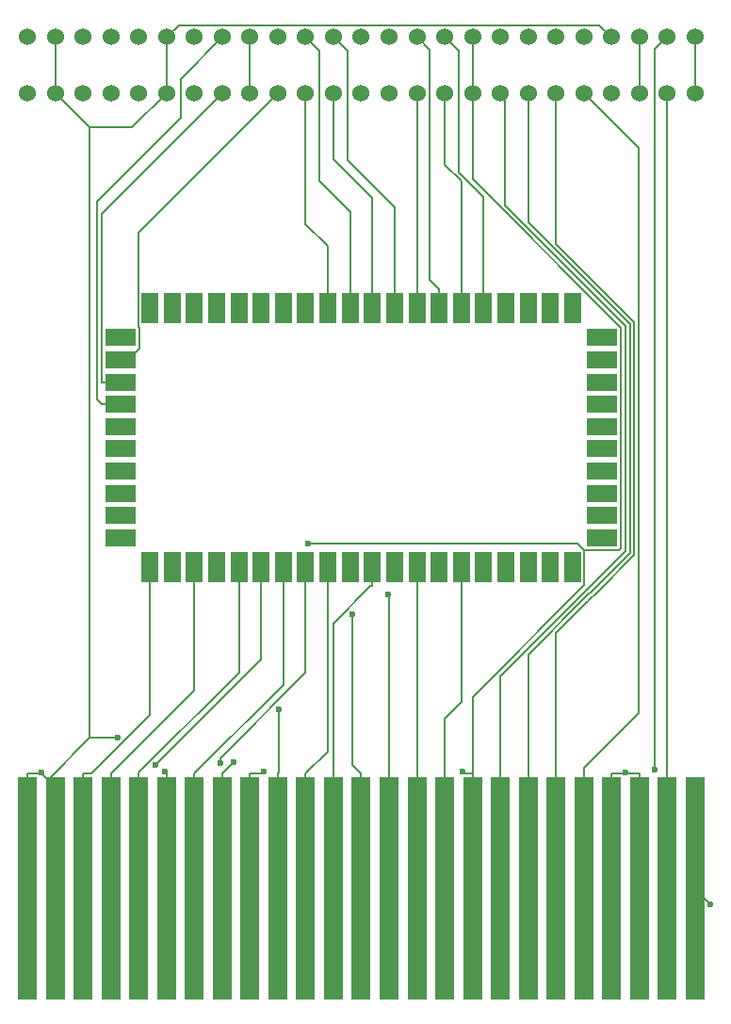
<source format=gbr>
%TF.GenerationSoftware,KiCad,Pcbnew,8.0.6*%
%TF.CreationDate,2024-10-17T23:30:33-05:00*%
%TF.ProjectId,n64_gamecat_rp2350b,6e36345f-6761-46d6-9563-61745f727032,rev?*%
%TF.SameCoordinates,Original*%
%TF.FileFunction,Copper,L1,Top*%
%TF.FilePolarity,Positive*%
%FSLAX46Y46*%
G04 Gerber Fmt 4.6, Leading zero omitted, Abs format (unit mm)*
G04 Created by KiCad (PCBNEW 8.0.6) date 2024-10-17 23:30:33*
%MOMM*%
%LPD*%
G01*
G04 APERTURE LIST*
%TA.AperFunction,SMDPad,CuDef*%
%ADD10R,2.800000X1.500000*%
%TD*%
%TA.AperFunction,ComponentPad*%
%ADD11C,1.350000*%
%TD*%
%TA.AperFunction,ComponentPad*%
%ADD12O,1.350000X1.350000*%
%TD*%
%TA.AperFunction,SMDPad,CuDef*%
%ADD13R,1.500000X2.800000*%
%TD*%
%TA.AperFunction,SMDPad,CuDef*%
%ADD14R,1.800000X20.000000*%
%TD*%
%TA.AperFunction,ComponentPad*%
%ADD15C,1.524000*%
%TD*%
%TA.AperFunction,ViaPad*%
%ADD16C,0.600000*%
%TD*%
%TA.AperFunction,Conductor*%
%ADD17C,0.200000*%
%TD*%
G04 APERTURE END LIST*
D10*
%TO.P,U4,1,GPIO0*%
%TO.N,unconnected-(U4-GPIO0-Pad1)*%
X155650000Y-111500000D03*
D11*
X155000000Y-111500000D03*
D10*
%TO.P,U4,2,GPIO1*%
%TO.N,unconnected-(U4-GPIO1-Pad2)*%
X155650000Y-109500000D03*
D12*
X155000000Y-109500000D03*
D10*
%TO.P,U4,3,GPIO2*%
%TO.N,unconnected-(U4-GPIO2-Pad3)*%
X155650000Y-107500000D03*
D12*
X155000000Y-107500000D03*
D10*
%TO.P,U4,4,GPIO3*%
%TO.N,unconnected-(U4-GPIO3-Pad4)*%
X155650000Y-105500000D03*
D12*
X155000000Y-105500000D03*
D10*
%TO.P,U4,5,GPIO4*%
%TO.N,unconnected-(U4-GPIO4-Pad5)*%
X155650000Y-103500000D03*
D12*
X155000000Y-103500000D03*
D10*
%TO.P,U4,6,GPIO5*%
%TO.N,unconnected-(U4-GPIO5-Pad6)*%
X155650000Y-101500000D03*
D12*
X155000000Y-101500000D03*
D10*
%TO.P,U4,7,GPIO6*%
%TO.N,unconnected-(U4-GPIO6-Pad7)*%
X155650000Y-99500000D03*
D12*
X155000000Y-99500000D03*
D10*
%TO.P,U4,8,GPIO7*%
%TO.N,unconnected-(U4-GPIO7-Pad8)*%
X155650000Y-97500000D03*
D12*
X155000000Y-97500000D03*
D10*
%TO.P,U4,9,GPIO8*%
%TO.N,unconnected-(U4-GPIO8-Pad9)*%
X155650000Y-95500000D03*
D12*
X155000000Y-95500000D03*
D10*
%TO.P,U4,10,GPIO9*%
%TO.N,unconnected-(U4-GPIO9-Pad10)*%
X155650000Y-93500000D03*
D12*
X155000000Y-93500000D03*
%TO.P,U4,11,GPIO10*%
%TO.N,unconnected-(U4-GPIO10-Pad11)*%
X153000000Y-91500000D03*
D13*
X153000000Y-90850000D03*
D12*
%TO.P,U4,12,GPIO11*%
%TO.N,unconnected-(U4-GPIO11-Pad12)*%
X151000000Y-91500000D03*
D13*
X151000000Y-90850000D03*
D12*
%TO.P,U4,13,GPIO12*%
%TO.N,unconnected-(U4-GPIO12-Pad13)*%
X149000000Y-91500000D03*
D13*
X149000000Y-90850000D03*
D12*
%TO.P,U4,14,GPIO13*%
%TO.N,unconnected-(U4-GPIO13-Pad14)*%
X147000000Y-91500000D03*
D13*
X147000000Y-90850000D03*
D12*
%TO.P,U4,15,GPIO14*%
%TO.N,CA_AD7*%
X145000000Y-91500000D03*
D13*
X145000000Y-90850000D03*
D12*
%TO.P,U4,16,GPIO15*%
%TO.N,CA_AD8*%
X143000000Y-91500000D03*
D13*
X143000000Y-90850000D03*
D12*
%TO.P,U4,17,GPIO16*%
%TO.N,CA_AD6*%
X141000000Y-91500000D03*
D13*
X141000000Y-90850000D03*
D12*
%TO.P,U4,18,GPIO17*%
%TO.N,CA_AD9*%
X139000000Y-91500000D03*
D13*
X139000000Y-90850000D03*
D12*
%TO.P,U4,19,GPIO18*%
%TO.N,CA_AD5*%
X137000000Y-91500000D03*
D13*
X137000000Y-90850000D03*
D12*
%TO.P,U4,20,GPIO19*%
%TO.N,CA_AD10*%
X135000000Y-91500000D03*
D13*
X135000000Y-90850000D03*
D12*
%TO.P,U4,21,GPIO20*%
%TO.N,CA_AD4*%
X133000000Y-91500000D03*
D13*
X133000000Y-90850000D03*
D12*
%TO.P,U4,22,GPIO21*%
%TO.N,CA_AD11*%
X131000000Y-91500000D03*
D13*
X131000000Y-90850000D03*
D12*
%TO.P,U4,23,GPIO22*%
%TO.N,CA_AD3*%
X129000000Y-91500000D03*
D13*
X129000000Y-90850000D03*
D12*
%TO.P,U4,24,GPIO23*%
%TO.N,CA_AD12*%
X127000000Y-91500000D03*
D13*
X127000000Y-90850000D03*
D12*
%TO.P,U4,25,GPIO24*%
%TO.N,CA_AD2*%
X125000000Y-91500000D03*
D13*
X125000000Y-90850000D03*
D12*
%TO.P,U4,26,GPIO25*%
%TO.N,CA_AD13*%
X123000000Y-91500000D03*
D13*
X123000000Y-90850000D03*
D12*
%TO.P,U4,27,GPIO26*%
%TO.N,CA_AD1*%
X121000000Y-91500000D03*
D13*
X121000000Y-90850000D03*
D12*
%TO.P,U4,28,GPIO27*%
%TO.N,CA_AD14*%
X119000000Y-91500000D03*
D13*
X119000000Y-90850000D03*
D12*
%TO.P,U4,29,GPIO28*%
%TO.N,CA_AD0*%
X117000000Y-91500000D03*
D13*
X117000000Y-90850000D03*
D12*
%TO.P,U4,30,GPIO29*%
%TO.N,CA_AD15*%
X115000000Y-91500000D03*
D13*
X115000000Y-90850000D03*
D12*
%TO.P,U4,31,GPIO30*%
%TO.N,unconnected-(U4-GPIO30-Pad31)*%
X113000000Y-93500000D03*
D10*
X112350000Y-93500000D03*
D12*
%TO.P,U4,32,GPIO31*%
%TO.N,READ*%
X113000000Y-95500000D03*
D10*
X112350000Y-95500000D03*
D12*
%TO.P,U4,33,GPIO32*%
%TO.N,WRITE*%
X113000000Y-97500000D03*
D10*
X112350000Y-97500000D03*
D12*
%TO.P,U4,34,GPIO33*%
%TO.N,ALE_L*%
X113000000Y-99500000D03*
D10*
X112350000Y-99500000D03*
D12*
%TO.P,U4,35,GPIO34*%
%TO.N,ALE_H*%
X113000000Y-101500000D03*
D10*
X112350000Y-101500000D03*
D12*
%TO.P,U4,36,GPIO35*%
%TO.N,unconnected-(U4-GPIO35-Pad36)*%
X113000000Y-103500000D03*
D10*
X112350000Y-103500000D03*
D12*
%TO.P,U4,37,GPIO36*%
%TO.N,unconnected-(U4-GPIO36-Pad37)*%
X113000000Y-105500000D03*
D10*
X112350000Y-105500000D03*
D12*
%TO.P,U4,38,GPIO37*%
%TO.N,unconnected-(U4-GPIO37-Pad38)*%
X113000000Y-107500000D03*
D10*
X112350000Y-107500000D03*
D12*
%TO.P,U4,39,GPIO38*%
%TO.N,unconnected-(U4-GPIO38-Pad39)*%
X113000000Y-109500000D03*
D10*
X112350000Y-109500000D03*
D12*
%TO.P,U4,40,GPIO39*%
%TO.N,unconnected-(U4-GPIO39-Pad40)*%
X113000000Y-111500000D03*
D10*
X112350000Y-111500000D03*
D13*
%TO.P,U4,41,GPIO40*%
%TO.N,CO_AD15*%
X115000000Y-114150000D03*
D12*
X115000000Y-113500000D03*
D13*
%TO.P,U4,42,GPIO41*%
%TO.N,CO_AD0*%
X117000000Y-114150000D03*
D12*
X117000000Y-113500000D03*
D13*
%TO.P,U4,43,GPIO42*%
%TO.N,CO_AD14*%
X119000000Y-114150000D03*
D12*
X119000000Y-113500000D03*
D13*
%TO.P,U4,44,GPIO43*%
%TO.N,CO_AD1*%
X121000000Y-114150000D03*
D12*
X121000000Y-113500000D03*
D13*
%TO.P,U4,45,GPIO44*%
%TO.N,CO_AD13*%
X123000000Y-114150000D03*
D12*
X123000000Y-113500000D03*
D13*
%TO.P,U4,46,GPIO45*%
%TO.N,CO_AD2*%
X125000000Y-114150000D03*
D12*
X125000000Y-113500000D03*
D13*
%TO.P,U4,47,GPIO46*%
%TO.N,CO_AD12*%
X127000000Y-114150000D03*
D12*
X127000000Y-113500000D03*
D13*
%TO.P,U4,48,GPIO47*%
%TO.N,CO_AD3*%
X129000000Y-114150000D03*
D12*
X129000000Y-113500000D03*
D13*
%TO.P,U4,49,GPIO48*%
%TO.N,CO_AD11*%
X131000000Y-114150000D03*
D12*
X131000000Y-113500000D03*
D13*
%TO.P,U4,50,GPIO49*%
%TO.N,CO_AD4*%
X133000000Y-114150000D03*
D12*
X133000000Y-113500000D03*
D13*
%TO.P,U4,51,GPIO50*%
%TO.N,CO_AD10*%
X135000000Y-114150000D03*
D12*
X135000000Y-113500000D03*
D13*
%TO.P,U4,52,GPIO51*%
%TO.N,CO_AD5*%
X137000000Y-114150000D03*
D12*
X137000000Y-113500000D03*
D13*
%TO.P,U4,53,GPIO52*%
%TO.N,CO_AD9*%
X139000000Y-114150000D03*
D12*
X139000000Y-113500000D03*
D13*
%TO.P,U4,54,GPIO53*%
%TO.N,CO_AD6*%
X141000000Y-114150000D03*
D12*
X141000000Y-113500000D03*
D13*
%TO.P,U4,55,GPIO54*%
%TO.N,CO_AD8*%
X143000000Y-114150000D03*
D12*
X143000000Y-113500000D03*
D13*
%TO.P,U4,56,GPIO55*%
%TO.N,CO_AD7*%
X145000000Y-114150000D03*
D12*
X145000000Y-113500000D03*
D13*
%TO.P,U4,57,GPIO56*%
%TO.N,unconnected-(U4-GPIO56-Pad57)*%
X147000000Y-114150000D03*
D12*
X147000000Y-113500000D03*
D13*
%TO.P,U4,58,GPIO57*%
%TO.N,unconnected-(U4-GPIO57-Pad58)*%
X149000000Y-114150000D03*
D12*
X149000000Y-113500000D03*
D13*
%TO.P,U4,59,GPIO58*%
%TO.N,unconnected-(U4-GPIO58-Pad59)*%
X151000000Y-114150000D03*
D12*
X151000000Y-113500000D03*
D13*
%TO.P,U4,60,GPIO59*%
%TO.N,unconnected-(U4-GPIO59-Pad60)*%
X153000000Y-114150000D03*
D12*
X153000000Y-113500000D03*
%TD*%
D14*
%TO.P,U3,1,GND*%
%TO.N,GND*%
X104000000Y-143000000D03*
%TO.P,U3,2,GND*%
X106500000Y-143000000D03*
%TO.P,U3,3,AD15*%
%TO.N,CO_AD15*%
X109000000Y-143000000D03*
%TO.P,U3,4,AD14*%
%TO.N,CO_AD14*%
X111500000Y-143000000D03*
%TO.P,U3,5,AD13*%
%TO.N,CO_AD13*%
X114000000Y-143000000D03*
%TO.P,U3,6,GND*%
%TO.N,GND*%
X116500000Y-143000000D03*
%TO.P,U3,7,AD12*%
%TO.N,CO_AD12*%
X119000000Y-143000000D03*
%TO.P,U3,8,WRITE*%
%TO.N,WRITE*%
X121500000Y-143000000D03*
%TO.P,U3,9,VCC*%
%TO.N,+3V3*%
X124000000Y-143000000D03*
%TO.P,U3,10,READ*%
%TO.N,READ*%
X126500000Y-143000000D03*
%TO.P,U3,11,AD11*%
%TO.N,CO_AD11*%
X129000000Y-143000000D03*
%TO.P,U3,12,AD10*%
%TO.N,CO_AD10*%
X131500000Y-143000000D03*
%TO.P,U3,13,NC*%
%TO.N,Net-(U2-NC-Pad13)*%
X134000000Y-143000000D03*
%TO.P,U3,14,NC*%
%TO.N,Net-(U2-NC-Pad14)*%
X136500000Y-143000000D03*
%TO.P,U3,15,AD9*%
%TO.N,CO_AD9*%
X139000000Y-143000000D03*
%TO.P,U3,16,AD8*%
%TO.N,CO_AD8*%
X141500000Y-143000000D03*
%TO.P,U3,17,VCC*%
%TO.N,+3V3*%
X144000000Y-143000000D03*
%TO.P,U3,18,CIC_PIF*%
%TO.N,Net-(U2-CIC_PIF)*%
X146500000Y-143000000D03*
%TO.P,U3,19,CLK_PIF*%
%TO.N,Net-(U2-CLK_PIF)*%
X149000000Y-143000000D03*
%TO.P,U3,20,COLD_RST*%
%TO.N,Net-(U2-COLD_RST)*%
X151500000Y-143000000D03*
%TO.P,U3,21,S_DAT*%
%TO.N,Net-(U2-S_DAT)*%
X154000000Y-143000000D03*
%TO.P,U3,22,GND*%
%TO.N,GND*%
X156500000Y-143000000D03*
%TO.P,U3,23,GND*%
X159000000Y-143000000D03*
%TO.P,U3,24,LAUDIO*%
%TO.N,Net-(U2-LAUDIO)*%
X161500000Y-143000000D03*
%TO.P,U3,25,GND*%
%TO.N,GND*%
X164000000Y-143000000D03*
%TD*%
D15*
%TO.P,U2,1,GND*%
%TO.N,GND*%
X104000000Y-71500000D03*
%TO.P,U2,2,GND*%
X106500000Y-71500000D03*
%TO.P,U2,3,AD15*%
%TO.N,CA_AD15*%
X109000000Y-71500000D03*
%TO.P,U2,4,AD14*%
%TO.N,CA_AD14*%
X111500000Y-71500000D03*
%TO.P,U2,5,AD13*%
%TO.N,CA_AD13*%
X114000000Y-71500000D03*
%TO.P,U2,6,GND*%
%TO.N,GND*%
X116500000Y-71500000D03*
%TO.P,U2,7,AD12*%
%TO.N,CA_AD12*%
X119000000Y-71500000D03*
%TO.P,U2,8,WRITE*%
%TO.N,WRITE*%
X121500000Y-71500000D03*
%TO.P,U2,9,VCC*%
%TO.N,+3V3*%
X124000000Y-71500000D03*
%TO.P,U2,10,READ*%
%TO.N,READ*%
X126500000Y-71500000D03*
%TO.P,U2,11,AD11*%
%TO.N,CA_AD11*%
X129000000Y-71500000D03*
%TO.P,U2,12,AD10*%
%TO.N,CA_AD10*%
X131500000Y-71500000D03*
%TO.P,U2,13,NC*%
%TO.N,Net-(U2-NC-Pad13)*%
X134000000Y-71500000D03*
%TO.P,U2,14,NC*%
%TO.N,Net-(U2-NC-Pad14)*%
X136500000Y-71500000D03*
%TO.P,U2,15,AD9*%
%TO.N,CA_AD9*%
X139000000Y-71500000D03*
%TO.P,U2,16,AD8*%
%TO.N,CA_AD8*%
X141500000Y-71500000D03*
%TO.P,U2,17,VCC*%
%TO.N,+3V3*%
X144000000Y-71500000D03*
%TO.P,U2,18,CIC_PIF*%
%TO.N,Net-(U2-CIC_PIF)*%
X146500000Y-71500000D03*
%TO.P,U2,19,CLK_PIF*%
%TO.N,Net-(U2-CLK_PIF)*%
X149000000Y-71500000D03*
%TO.P,U2,20,COLD_RST*%
%TO.N,Net-(U2-COLD_RST)*%
X151500000Y-71500000D03*
%TO.P,U2,21,S_DAT*%
%TO.N,Net-(U2-S_DAT)*%
X154000000Y-71500000D03*
%TO.P,U2,22,GND*%
%TO.N,GND*%
X156500000Y-71500000D03*
%TO.P,U2,23,GND*%
X159000000Y-71500000D03*
%TO.P,U2,24,LAUDIO*%
%TO.N,Net-(U2-LAUDIO)*%
X161500000Y-71500000D03*
%TO.P,U2,25,GND*%
%TO.N,GND*%
X164000000Y-71500000D03*
%TO.P,U2,26,GND*%
X104000000Y-66500000D03*
%TO.P,U2,27,GND*%
X106500000Y-66500000D03*
%TO.P,U2,28,AD0*%
%TO.N,CA_AD0*%
X109000000Y-66500000D03*
%TO.P,U2,29,AD1*%
%TO.N,CA_AD1*%
X111500000Y-66500000D03*
%TO.P,U2,30,AD2*%
%TO.N,CA_AD2*%
X114000000Y-66500000D03*
%TO.P,U2,31,GND*%
%TO.N,GND*%
X116500000Y-66500000D03*
%TO.P,U2,32,AD3*%
%TO.N,CA_AD3*%
X119000000Y-66500000D03*
%TO.P,U2,33,ALE_L*%
%TO.N,ALE_L*%
X121500000Y-66500000D03*
%TO.P,U2,34,VCC*%
%TO.N,+3V3*%
X124000000Y-66500000D03*
%TO.P,U2,35,ALE_H*%
%TO.N,ALE_H*%
X126500000Y-66500000D03*
%TO.P,U2,36,AD4*%
%TO.N,CA_AD4*%
X129000000Y-66500000D03*
%TO.P,U2,37,AD5*%
%TO.N,CA_AD5*%
X131500000Y-66500000D03*
%TO.P,U2,38,NC*%
%TO.N,Net-(U2-NC-Pad38)*%
X134000000Y-66500000D03*
%TO.P,U2,39,NC*%
%TO.N,Net-(U2-NC-Pad39)*%
X136500000Y-66500000D03*
%TO.P,U2,40,AD6*%
%TO.N,CA_AD6*%
X139000000Y-66500000D03*
%TO.P,U2,41,AD7*%
%TO.N,CA_AD7*%
X141500000Y-66500000D03*
%TO.P,U2,42,VCC*%
%TO.N,+3V3*%
X144000000Y-66500000D03*
%TO.P,U2,43,PIF_CIC*%
%TO.N,Net-(U2-PIF_CIC)*%
X146500000Y-66500000D03*
%TO.P,U2,44,JTAG_CLK*%
%TO.N,Net-(U2-JTAG_CLK)*%
X149000000Y-66500000D03*
%TO.P,U2,45,NMI_R4300*%
%TO.N,Net-(U2-NMI_R4300)*%
X151500000Y-66500000D03*
%TO.P,U2,46,VIDEO_CLK*%
%TO.N,Net-(U2-VIDEO_CLK)*%
X154000000Y-66500000D03*
%TO.P,U2,47,GND*%
%TO.N,GND*%
X156500000Y-66500000D03*
%TO.P,U2,48,GND*%
X159000000Y-66500000D03*
%TO.P,U2,49,R_AUDIO*%
%TO.N,Net-(U2-R_AUDIO)*%
X161500000Y-66500000D03*
%TO.P,U2,50,GND*%
%TO.N,GND*%
X164000000Y-66500000D03*
%TD*%
D16*
%TO.N,WRITE*%
X122564800Y-131641900D03*
%TO.N,CO_AD3*%
X121334400Y-131782100D03*
%TO.N,CO_AD2*%
X115523300Y-131938200D03*
%TO.N,Net-(U2-R_AUDIO)*%
X160399900Y-132347700D03*
%TO.N,READ*%
X126585800Y-126880600D03*
%TO.N,+3V3*%
X143112900Y-132495200D03*
X129201700Y-111995000D03*
X125250000Y-132483400D03*
%TO.N,Net-(U2-NC-Pad13)*%
X133233200Y-118332100D03*
%TO.N,GND*%
X165406100Y-144406100D03*
X116356000Y-132475000D03*
X112109300Y-129450900D03*
X157750000Y-132585000D03*
X105250000Y-132585000D03*
%TO.N,Net-(U2-NC-Pad14)*%
X136376200Y-116591400D03*
%TD*%
D17*
%TO.N,unconnected-(U4-GPIO0-Pad1)*%
X155000000Y-111500000D02*
X155650000Y-111500000D01*
%TO.N,unconnected-(U4-GPIO5-Pad6)*%
X155000000Y-101500000D02*
X155650000Y-101500000D01*
%TO.N,unconnected-(U4-GPIO38-Pad39)*%
X112350000Y-109500000D02*
X113000000Y-109500000D01*
%TO.N,unconnected-(U4-GPIO9-Pad10)*%
X155000000Y-93500000D02*
X155650000Y-93500000D01*
%TO.N,unconnected-(U4-GPIO36-Pad37)*%
X112350000Y-105500000D02*
X113000000Y-105500000D01*
%TO.N,unconnected-(U4-GPIO35-Pad36)*%
X112350000Y-103500000D02*
X113000000Y-103500000D01*
%TO.N,unconnected-(U4-GPIO37-Pad38)*%
X112350000Y-107500000D02*
X113000000Y-107500000D01*
%TO.N,unconnected-(U4-GPIO1-Pad2)*%
X155000000Y-109500000D02*
X155650000Y-109500000D01*
%TO.N,unconnected-(U4-GPIO10-Pad11)*%
X153000000Y-90850000D02*
X153000000Y-91500000D01*
%TO.N,unconnected-(U4-GPIO11-Pad12)*%
X151000000Y-90850000D02*
X151000000Y-91500000D01*
%TO.N,unconnected-(U4-GPIO58-Pad59)*%
X151000000Y-113500000D02*
X151000000Y-114150000D01*
%TO.N,unconnected-(U4-GPIO3-Pad4)*%
X155000000Y-105500000D02*
X155650000Y-105500000D01*
%TO.N,unconnected-(U4-GPIO56-Pad57)*%
X147000000Y-113500000D02*
X147000000Y-114150000D01*
%TO.N,unconnected-(U4-GPIO57-Pad58)*%
X149000000Y-113500000D02*
X149000000Y-114150000D01*
%TO.N,unconnected-(U4-GPIO12-Pad13)*%
X149000000Y-90850000D02*
X149000000Y-91500000D01*
%TO.N,unconnected-(U4-GPIO6-Pad7)*%
X155000000Y-99500000D02*
X155650000Y-99500000D01*
%TO.N,unconnected-(U4-GPIO59-Pad60)*%
X153000000Y-113500000D02*
X153000000Y-114150000D01*
%TO.N,unconnected-(U4-GPIO4-Pad5)*%
X155000000Y-103500000D02*
X155650000Y-103500000D01*
%TO.N,unconnected-(U4-GPIO2-Pad3)*%
X155000000Y-107500000D02*
X155650000Y-107500000D01*
%TO.N,unconnected-(U4-GPIO7-Pad8)*%
X155000000Y-97500000D02*
X155650000Y-97500000D01*
%TO.N,unconnected-(U4-GPIO8-Pad9)*%
X155000000Y-95500000D02*
X155650000Y-95500000D01*
%TO.N,unconnected-(U4-GPIO13-Pad14)*%
X147000000Y-90850000D02*
X147000000Y-91500000D01*
%TO.N,unconnected-(U4-GPIO30-Pad31)*%
X112350000Y-93500000D02*
X113000000Y-93500000D01*
%TO.N,unconnected-(U4-GPIO39-Pad40)*%
X112350000Y-111500000D02*
X113000000Y-111500000D01*
%TO.N,WRITE*%
X110648300Y-82351700D02*
X121500000Y-71500000D01*
X110648300Y-97500000D02*
X110648300Y-82351700D01*
X112350000Y-97500000D02*
X110648300Y-97500000D01*
X113000000Y-97500000D02*
X112350000Y-97500000D01*
X121500000Y-143000000D02*
X121500000Y-132698300D01*
X121508400Y-132698300D02*
X121500000Y-132698300D01*
X122564800Y-131641900D02*
X121508400Y-132698300D01*
%TO.N,CA_AD13*%
X123000000Y-90850000D02*
X123000000Y-91500000D01*
%TO.N,CA_AD12*%
X127000000Y-90850000D02*
X127000000Y-91500000D01*
%TO.N,CO_AD15*%
X115000000Y-113500000D02*
X115000000Y-114150000D01*
X115000000Y-127420300D02*
X115000000Y-114150000D01*
X109722000Y-132698300D02*
X115000000Y-127420300D01*
X109000000Y-132698300D02*
X109722000Y-132698300D01*
X109000000Y-143000000D02*
X109000000Y-132698300D01*
%TO.N,CO_AD14*%
X119000000Y-113500000D02*
X119000000Y-114150000D01*
X119000000Y-125198300D02*
X119000000Y-115851700D01*
X111500000Y-132698300D02*
X119000000Y-125198300D01*
X111500000Y-143000000D02*
X111500000Y-132698300D01*
X119000000Y-114150000D02*
X119000000Y-115851700D01*
%TO.N,CA_AD15*%
X115000000Y-90850000D02*
X115000000Y-91500000D01*
%TO.N,CO_AD13*%
X123000000Y-113500000D02*
X123000000Y-114150000D01*
X114000000Y-143000000D02*
X114000000Y-132698300D01*
X114000000Y-132610700D02*
X114000000Y-132698300D01*
X123000000Y-123610700D02*
X114000000Y-132610700D01*
X123000000Y-114150000D02*
X123000000Y-123610700D01*
%TO.N,CA_AD14*%
X119000000Y-90850000D02*
X119000000Y-91500000D01*
%TO.N,CO_AD12*%
X127000000Y-113500000D02*
X127000000Y-114150000D01*
X119000000Y-143000000D02*
X119000000Y-132698300D01*
X127000000Y-124698300D02*
X119000000Y-132698300D01*
X127000000Y-114150000D02*
X127000000Y-124698300D01*
%TO.N,CO_AD3*%
X129000000Y-113500000D02*
X129000000Y-114150000D01*
X129000000Y-114150000D02*
X129000000Y-115851700D01*
X121334400Y-131281200D02*
X121334400Y-131782100D01*
X129000000Y-123615600D02*
X121334400Y-131281200D01*
X129000000Y-115851700D02*
X129000000Y-123615600D01*
%TO.N,CO_AD6*%
X141000000Y-113500000D02*
X141000000Y-114150000D01*
%TO.N,CO_AD5*%
X137000000Y-113500000D02*
X137000000Y-114150000D01*
%TO.N,CO_AD0*%
X117000000Y-113500000D02*
X117000000Y-114150000D01*
%TO.N,CO_AD11*%
X131000000Y-113500000D02*
X131000000Y-114150000D01*
X131000000Y-130698300D02*
X131000000Y-114150000D01*
X129000000Y-132698300D02*
X131000000Y-130698300D01*
X129000000Y-143000000D02*
X129000000Y-132698300D01*
%TO.N,CO_AD8*%
X143000000Y-113500000D02*
X143000000Y-114150000D01*
X143000000Y-126237000D02*
X143000000Y-114150000D01*
X141500000Y-127737000D02*
X143000000Y-126237000D01*
X141500000Y-143000000D02*
X141500000Y-127737000D01*
%TO.N,CO_AD10*%
X135000000Y-114150000D02*
X135000000Y-113500000D01*
X134842100Y-115851700D02*
X135000000Y-115851700D01*
X131500000Y-119193800D02*
X134842100Y-115851700D01*
X131500000Y-143000000D02*
X131500000Y-119193800D01*
X135000000Y-114150000D02*
X135000000Y-115851700D01*
%TO.N,CO_AD4*%
X133000000Y-113500000D02*
X133000000Y-114150000D01*
%TO.N,CO_AD9*%
X139000000Y-113500000D02*
X139000000Y-114150000D01*
X139000000Y-143000000D02*
X139000000Y-114150000D01*
%TO.N,CO_AD2*%
X125000000Y-113500000D02*
X125000000Y-114150000D01*
X125000000Y-122461500D02*
X115523300Y-131938200D01*
X125000000Y-114150000D02*
X125000000Y-122461500D01*
%TO.N,CO_AD7*%
X145000000Y-113500000D02*
X145000000Y-114150000D01*
%TO.N,CO_AD1*%
X121000000Y-113500000D02*
X121000000Y-114150000D01*
%TO.N,CA_AD10*%
X135000000Y-80943600D02*
X135000000Y-90850000D01*
X131500000Y-77443600D02*
X135000000Y-80943600D01*
X131500000Y-71500000D02*
X131500000Y-77443600D01*
X135000000Y-90850000D02*
X135000000Y-91500000D01*
%TO.N,Net-(U2-S_DAT)*%
X158958500Y-76458500D02*
X154000000Y-71500000D01*
X158958500Y-127219500D02*
X158958500Y-76458500D01*
X154000000Y-132178000D02*
X158958500Y-127219500D01*
X154000000Y-143000000D02*
X154000000Y-132178000D01*
%TO.N,CA_AD6*%
X141000000Y-90850000D02*
X141000000Y-91500000D01*
X140150000Y-88298300D02*
X141000000Y-89148300D01*
X140150000Y-67650000D02*
X140150000Y-88298300D01*
X139000000Y-66500000D02*
X140150000Y-67650000D01*
X141000000Y-90850000D02*
X141000000Y-89148300D01*
%TO.N,CA_AD9*%
X139000000Y-90850000D02*
X139000000Y-91500000D01*
X139000000Y-89148300D02*
X139000000Y-71500000D01*
X139000000Y-90850000D02*
X139000000Y-89148300D01*
%TO.N,Net-(U2-CIC_PIF)*%
X146901700Y-71901700D02*
X146500000Y-71500000D01*
X146901700Y-81607000D02*
X146901700Y-71901700D01*
X157753400Y-92458700D02*
X146901700Y-81607000D01*
X157753400Y-112700200D02*
X157753400Y-92458700D01*
X146500000Y-123953600D02*
X157753400Y-112700200D01*
X146500000Y-143000000D02*
X146500000Y-123953600D01*
%TO.N,CA_AD4*%
X133000000Y-82167900D02*
X133000000Y-90850000D01*
X130250000Y-79417900D02*
X133000000Y-82167900D01*
X130250000Y-67750000D02*
X130250000Y-79417900D01*
X129000000Y-66500000D02*
X130250000Y-67750000D01*
X133000000Y-90850000D02*
X133000000Y-91500000D01*
%TO.N,CA_AD1*%
X121000000Y-90850000D02*
X121000000Y-91500000D01*
%TO.N,CA_AD11*%
X131000000Y-85275100D02*
X131000000Y-90850000D01*
X129000000Y-83275100D02*
X131000000Y-85275100D01*
X129000000Y-71500000D02*
X129000000Y-83275100D01*
X131000000Y-90850000D02*
X131000000Y-91500000D01*
%TO.N,CA_AD5*%
X137000000Y-81767000D02*
X137000000Y-90850000D01*
X132750000Y-77517000D02*
X137000000Y-81767000D01*
X132750000Y-67750000D02*
X132750000Y-77517000D01*
X131500000Y-66500000D02*
X132750000Y-67750000D01*
X137000000Y-90850000D02*
X137000000Y-91500000D01*
%TO.N,CA_AD2*%
X125000000Y-90850000D02*
X125000000Y-91500000D01*
%TO.N,ALE_L*%
X113000000Y-99500000D02*
X112350000Y-99500000D01*
X112350000Y-99500000D02*
X110648300Y-99500000D01*
X110246600Y-99098300D02*
X110648300Y-99500000D01*
X110246600Y-81283000D02*
X110246600Y-99098300D01*
X117750000Y-73779600D02*
X110246600Y-81283000D01*
X117750000Y-70250000D02*
X117750000Y-73779600D01*
X121500000Y-66500000D02*
X117750000Y-70250000D01*
%TO.N,Net-(U2-CLK_PIF)*%
X149000000Y-83137300D02*
X149000000Y-71500000D01*
X158155100Y-92292400D02*
X149000000Y-83137300D01*
X158155100Y-112866500D02*
X158155100Y-92292400D01*
X154853600Y-116168000D02*
X158155100Y-112866500D01*
X154853600Y-116170100D02*
X154853600Y-116168000D01*
X154234900Y-116788800D02*
X154853600Y-116170100D01*
X154232800Y-116788800D02*
X154234900Y-116788800D01*
X149000000Y-122021600D02*
X154232800Y-116788800D01*
X149000000Y-143000000D02*
X149000000Y-122021600D01*
%TO.N,CA_AD3*%
X129000000Y-90850000D02*
X129000000Y-91500000D01*
%TO.N,ALE_H*%
X113000000Y-101500000D02*
X112350000Y-101500000D01*
%TO.N,CA_AD7*%
X145000000Y-90850000D02*
X145000000Y-91500000D01*
X145000000Y-90850000D02*
X145000000Y-89148300D01*
X145000000Y-80882200D02*
X145000000Y-89148300D01*
X142750000Y-78632200D02*
X145000000Y-80882200D01*
X142750000Y-67750000D02*
X142750000Y-78632200D01*
X141500000Y-66500000D02*
X142750000Y-67750000D01*
%TO.N,Net-(U2-COLD_RST)*%
X151500000Y-85069300D02*
X151500000Y-71500000D01*
X158556800Y-92126100D02*
X151500000Y-85069300D01*
X158556800Y-113032800D02*
X158556800Y-92126100D01*
X155255300Y-116334300D02*
X158556800Y-113032800D01*
X155255300Y-116336400D02*
X155255300Y-116334300D01*
X154401200Y-117190500D02*
X155255300Y-116336400D01*
X154399100Y-117190500D02*
X154401200Y-117190500D01*
X151500000Y-120089600D02*
X154399100Y-117190500D01*
X151500000Y-143000000D02*
X151500000Y-120089600D01*
%TO.N,Net-(U2-R_AUDIO)*%
X160399900Y-67600100D02*
X160399900Y-132347700D01*
X161500000Y-66500000D02*
X160399900Y-67600100D01*
%TO.N,Net-(U2-LAUDIO)*%
X161500000Y-71500000D02*
X161500000Y-143000000D01*
%TO.N,READ*%
X112350000Y-95500000D02*
X113000000Y-95500000D01*
X114051700Y-94448300D02*
X113000000Y-95500000D01*
X114051700Y-92625000D02*
X114051700Y-94448300D01*
X113948300Y-92521600D02*
X114051700Y-92625000D01*
X113948300Y-84051700D02*
X113948300Y-92521600D01*
X126500000Y-71500000D02*
X113948300Y-84051700D01*
X126585800Y-132612500D02*
X126500000Y-132698300D01*
X126585800Y-126880600D02*
X126585800Y-132612500D01*
X126500000Y-143000000D02*
X126500000Y-132698300D01*
%TO.N,CA_AD0*%
X117000000Y-90850000D02*
X117000000Y-91500000D01*
%TO.N,+3V3*%
X144000000Y-143000000D02*
X144000000Y-132698300D01*
X144000000Y-66500000D02*
X144000000Y-71500000D01*
X143316000Y-132698300D02*
X144000000Y-132698300D01*
X143112900Y-132495200D02*
X143316000Y-132698300D01*
X154051700Y-115751200D02*
X154051700Y-112625000D01*
X144000000Y-125802900D02*
X154051700Y-115751200D01*
X144000000Y-132698300D02*
X144000000Y-125802900D01*
X144000000Y-79273300D02*
X144000000Y-71500000D01*
X157351700Y-92625000D02*
X144000000Y-79273300D01*
X157351700Y-112451200D02*
X157351700Y-92625000D01*
X157177900Y-112625000D02*
X157351700Y-112451200D01*
X154051700Y-112625000D02*
X157177900Y-112625000D01*
X153421700Y-111995000D02*
X129201700Y-111995000D01*
X154051700Y-112625000D02*
X153421700Y-111995000D01*
X124000000Y-66500000D02*
X124000000Y-71500000D01*
X124000000Y-143000000D02*
X124000000Y-132698300D01*
X125035100Y-132698300D02*
X125250000Y-132483400D01*
X124000000Y-132698300D02*
X125035100Y-132698300D01*
%TO.N,Net-(U2-NC-Pad13)*%
X133233200Y-131931500D02*
X134000000Y-132698300D01*
X133233200Y-118332100D02*
X133233200Y-131931500D01*
X134000000Y-143000000D02*
X134000000Y-132698300D01*
%TO.N,GND*%
X164000000Y-66500000D02*
X164000000Y-71500000D01*
X164000000Y-143000000D02*
X165406100Y-144406100D01*
X159000000Y-66500000D02*
X159000000Y-71500000D01*
X106500000Y-143000000D02*
X106500000Y-137849100D01*
X104000000Y-143000000D02*
X104000000Y-132698300D01*
X116500000Y-143000000D02*
X116500000Y-132698300D01*
X116356000Y-132554300D02*
X116356000Y-132475000D01*
X116500000Y-132698300D02*
X116356000Y-132554300D01*
X106500000Y-66500000D02*
X106500000Y-71500000D01*
X116500000Y-66500000D02*
X116500000Y-71500000D01*
X113380600Y-74619400D02*
X109619400Y-74619400D01*
X116500000Y-71500000D02*
X113380600Y-74619400D01*
X109619400Y-74619400D02*
X106500000Y-71500000D01*
X109619400Y-129450900D02*
X109619400Y-74619400D01*
X117584300Y-65415700D02*
X116500000Y-66500000D01*
X155415700Y-65415700D02*
X117584300Y-65415700D01*
X156500000Y-66500000D02*
X155415700Y-65415700D01*
X156500000Y-143000000D02*
X156500000Y-132698300D01*
X159000000Y-143000000D02*
X159000000Y-132698300D01*
X157750000Y-132585000D02*
X157750000Y-132698300D01*
X159000000Y-132698300D02*
X157750000Y-132698300D01*
X157750000Y-132698300D02*
X156500000Y-132698300D01*
X105250000Y-132698300D02*
X104000000Y-132698300D01*
X105250000Y-132698300D02*
X105250000Y-132585000D01*
X105811000Y-133259300D02*
X105250000Y-132698300D01*
X106500000Y-133948300D02*
X105811000Y-133259300D01*
X106500000Y-137849100D02*
X106500000Y-133948300D01*
X105811000Y-133259300D02*
X109619400Y-129450900D01*
X109619400Y-129450900D02*
X112109300Y-129450900D01*
%TO.N,CA_AD8*%
X143000000Y-79450200D02*
X143000000Y-90850000D01*
X141500000Y-77950200D02*
X143000000Y-79450200D01*
X141500000Y-71500000D02*
X141500000Y-77950200D01*
X143000000Y-90850000D02*
X143000000Y-91500000D01*
%TO.N,Net-(U2-NC-Pad14)*%
X136500000Y-116715200D02*
X136500000Y-143000000D01*
X136376200Y-116591400D02*
X136500000Y-116715200D01*
%TD*%
M02*

</source>
